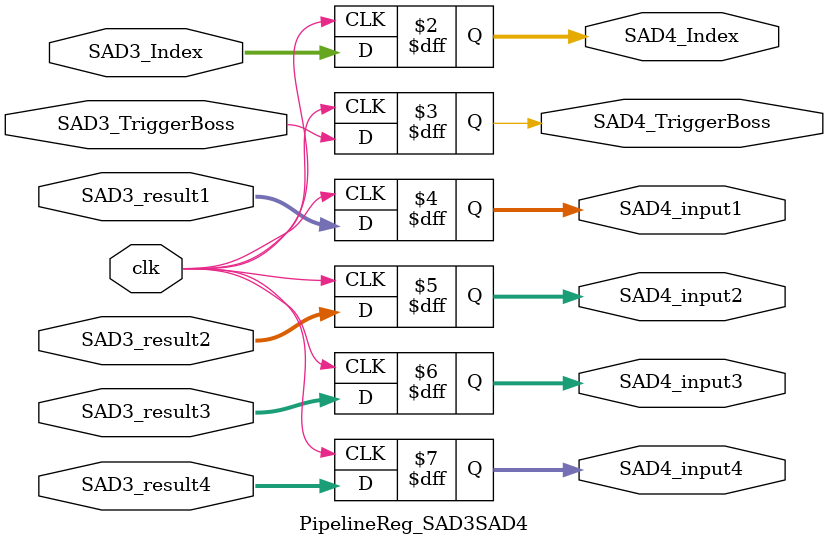
<source format=v>
`timescale 1ns / 1ps

module PipelineReg_SAD3SAD4(
    input clk,
    input [15:0] SAD3_Index,
    input SAD3_TriggerBoss,
    input [13:0] SAD3_result1,
    input [13:0] SAD3_result2,
    input [13:0] SAD3_result3,
    input [13:0] SAD3_result4,
    output reg [15:0] SAD4_Index,
    output reg SAD4_TriggerBoss,
    output reg [13:0] SAD4_input1,
    output reg [13:0] SAD4_input2,
    output reg [13:0] SAD4_input3,
    output reg [13:0] SAD4_input4
    );

always @(posedge clk) begin
    SAD4_Index <= SAD3_Index;
    SAD4_TriggerBoss <= SAD3_TriggerBoss;
    SAD4_input1 <= SAD3_result1;
    SAD4_input2 <= SAD3_result2;
    SAD4_input3 <= SAD3_result3;
    SAD4_input4 <= SAD3_result4;
    
end


endmodule
</source>
